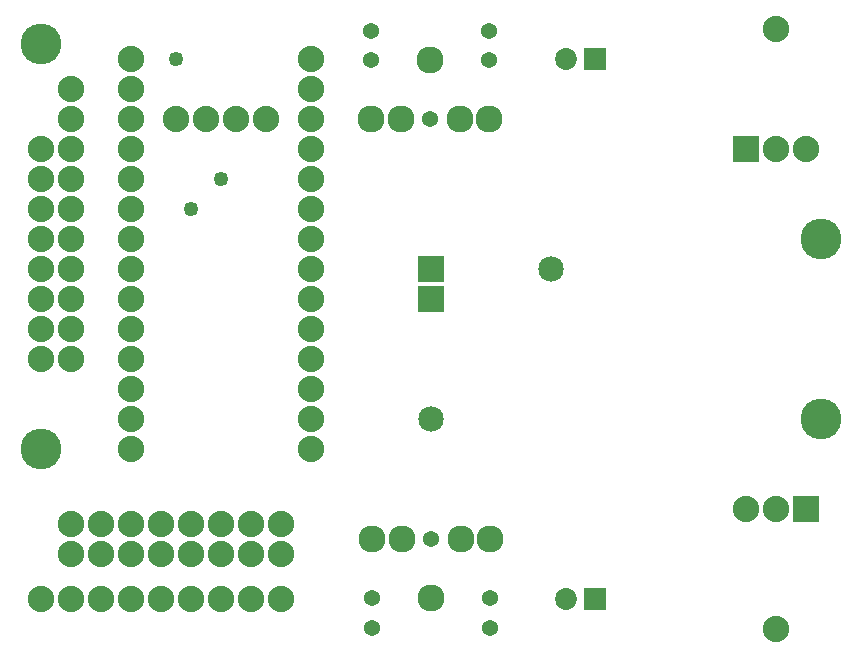
<source format=gbs>
G04 MADE WITH FRITZING*
G04 WWW.FRITZING.ORG*
G04 DOUBLE SIDED*
G04 HOLES PLATED*
G04 CONTOUR ON CENTER OF CONTOUR VECTOR*
%ASAXBY*%
%FSLAX23Y23*%
%MOIN*%
%OFA0B0*%
%SFA1.0B1.0*%
%ADD10C,0.088000*%
%ADD11C,0.090350*%
%ADD12C,0.054000*%
%ADD13C,0.072992*%
%ADD14C,0.085000*%
%ADD15C,0.049370*%
%ADD16C,0.135984*%
%ADD17R,0.088000X0.088000*%
%ADD18R,0.072992X0.072992*%
%ADD19R,0.085000X0.085000*%
%LNMASK0*%
G90*
G70*
G54D10*
X1007Y1968D03*
X1007Y1868D03*
X1007Y1768D03*
X1007Y1668D03*
X1007Y1568D03*
X1007Y1468D03*
X1007Y1368D03*
X1007Y1268D03*
X1007Y1168D03*
X1007Y1068D03*
X1007Y968D03*
X1007Y868D03*
X1007Y768D03*
X1007Y668D03*
X407Y1968D03*
X407Y1868D03*
X407Y1768D03*
X407Y1668D03*
X407Y1568D03*
X407Y1468D03*
X407Y1368D03*
X407Y1268D03*
X407Y1168D03*
X407Y1068D03*
X407Y968D03*
X407Y868D03*
X407Y768D03*
X407Y668D03*
X108Y1668D03*
X108Y1568D03*
X108Y1468D03*
X108Y1368D03*
X108Y1268D03*
X108Y1168D03*
X108Y1068D03*
X108Y968D03*
X108Y1668D03*
X108Y1568D03*
X108Y1468D03*
X108Y1368D03*
X108Y1268D03*
X108Y1168D03*
X108Y1068D03*
X108Y968D03*
X208Y968D03*
X208Y1068D03*
X208Y1168D03*
X208Y1268D03*
X208Y1368D03*
X208Y1468D03*
X208Y1568D03*
X208Y1668D03*
X208Y318D03*
X308Y318D03*
X408Y318D03*
X508Y318D03*
X608Y318D03*
X708Y318D03*
X808Y318D03*
X908Y318D03*
X208Y318D03*
X308Y318D03*
X408Y318D03*
X508Y318D03*
X608Y318D03*
X708Y318D03*
X808Y318D03*
X908Y318D03*
X908Y418D03*
X808Y418D03*
X708Y418D03*
X608Y418D03*
X508Y418D03*
X408Y418D03*
X308Y418D03*
X208Y418D03*
X108Y168D03*
X208Y168D03*
X308Y168D03*
X408Y168D03*
X508Y168D03*
X608Y168D03*
X708Y168D03*
X808Y168D03*
X908Y168D03*
G54D11*
X1409Y171D03*
X1213Y368D03*
X1311Y368D03*
X1508Y368D03*
X1606Y368D03*
G54D12*
X1213Y171D03*
X1213Y73D03*
X1606Y73D03*
X1606Y171D03*
X1409Y368D03*
G54D11*
X1406Y1964D03*
X1603Y1768D03*
X1504Y1768D03*
X1307Y1768D03*
X1209Y1768D03*
G54D12*
X1603Y1964D03*
X1603Y2063D03*
X1209Y2063D03*
X1209Y1964D03*
X1406Y1768D03*
G54D10*
X2658Y468D03*
X2558Y468D03*
X2458Y468D03*
X2458Y1668D03*
X2558Y1668D03*
X2658Y1668D03*
G54D13*
X1956Y168D03*
X1858Y168D03*
X1956Y1968D03*
X1858Y1968D03*
G54D14*
X1407Y1168D03*
X1407Y768D03*
X1407Y1268D03*
X1807Y1268D03*
G54D15*
X707Y1568D03*
X607Y1468D03*
G54D16*
X2708Y1368D03*
X2708Y768D03*
X108Y2018D03*
X108Y668D03*
G54D10*
X2558Y68D03*
X2558Y2068D03*
X557Y1768D03*
X657Y1768D03*
X757Y1768D03*
X857Y1768D03*
G54D15*
X557Y1968D03*
G54D10*
X208Y1768D03*
X208Y1868D03*
G54D17*
X2658Y468D03*
X2458Y1668D03*
G54D18*
X1956Y168D03*
X1956Y1968D03*
G54D19*
X1407Y1168D03*
X1407Y1268D03*
G04 End of Mask0*
M02*
</source>
